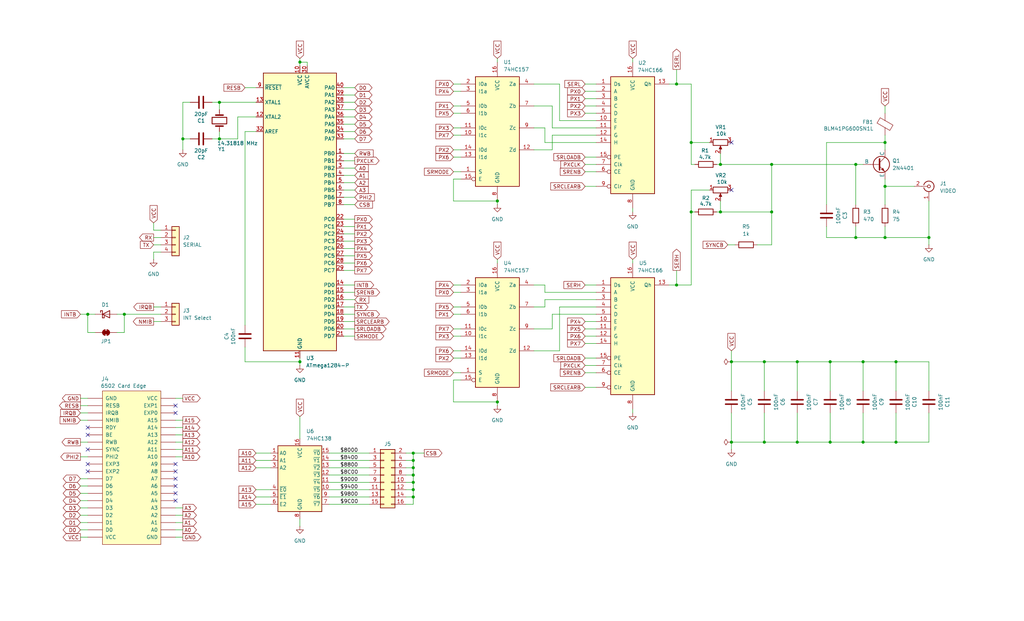
<source format=kicad_sch>
(kicad_sch (version 20250114) (generator "eeschema") (generator_version "9.0")
  (paper "USLegal")
  (title_block (title "6502 Video Card Pro") (date "2025-12-03") (rev "1.0") (company "A.C. Wright Design"))
  (junction (at 234.95 29.21))
  (junction (at 250.19 57.15))
  (junction (at 172.72 139.7))
  (junction (at 265.43 153.67))
  (junction (at 311.15 125.73))
  (junction (at 143.51 165.1))
  (junction (at 276.86 125.73))
  (junction (at 254 153.67))
  (junction (at 307.34 82.55))
  (junction (at 276.86 153.67))
  (junction (at 297.18 82.55))
  (junction (at 307.34 64.77))
  (junction (at 234.95 99.06))
  (junction (at 143.51 170.18))
  (junction (at 288.29 153.67))
  (junction (at 250.19 73.66))
  (junction (at 104.14 125.73))
  (junction (at 76.2 48.26))
  (junction (at 143.51 167.64))
  (junction (at 311.15 153.67))
  (junction (at 307.34 49.53))
  (junction (at 288.29 125.73))
  (junction (at 299.72 125.73))
  (junction (at 254 125.73))
  (junction (at 240.03 73.66))
  (junction (at 299.72 153.67))
  (junction (at 265.43 125.73))
  (junction (at 143.51 172.72))
  (junction (at 267.97 73.66))
  (junction (at 30.48 109.22))
  (junction (at 76.2 35.56))
  (junction (at 297.18 57.15))
  (junction (at 172.72 69.85))
  (junction (at 104.14 21.59))
  (junction (at 63.5 48.26))
  (junction (at 43.18 109.22))
  (junction (at 143.51 162.56))
  (junction (at 322.58 82.55))
  (junction (at 267.97 57.15))
  (junction (at 143.51 160.02))
  (junction (at 143.51 157.48))
  (junction (at 240.03 49.53))
  (no_connect (at 254 66.04))
  (no_connect (at 60.96 163.83))
  (no_connect (at 30.48 163.83))
  (no_connect (at 30.48 151.13))
  (no_connect (at 30.48 148.59))
  (no_connect (at 60.96 166.37))
  (no_connect (at 60.96 173.99))
  (no_connect (at 60.96 168.91))
  (no_connect (at 30.48 156.21))
  (no_connect (at 30.48 161.29))
  (no_connect (at 60.96 143.51))
  (no_connect (at 60.96 140.97))
  (no_connect (at 60.96 171.45))
  (no_connect (at 60.96 161.29))
  (no_connect (at 254 49.53))
  (wire (pts (xy 203.2 64.77) (xy 207.01 64.77)))
  (wire (pts (xy 119.38 55.88) (xy 123.19 55.88)))
  (wire (pts (xy 185.42 52.07) (xy 191.77 52.07)))
  (wire (pts (xy 53.34 87.63) (xy 55.88 87.63)))
  (wire (pts (xy 157.48 132.08) (xy 157.48 139.7)))
  (wire (pts (xy 119.38 109.22) (xy 123.19 109.22)))
  (wire (pts (xy 63.5 48.26) (xy 63.5 52.07)))
  (wire (pts (xy 143.51 165.1) (xy 143.51 162.56)))
  (wire (pts (xy 119.38 76.2) (xy 123.19 76.2)))
  (wire (pts (xy 119.38 93.98) (xy 123.19 93.98)))
  (wire (pts (xy 53.34 90.17) (xy 53.34 87.63)))
  (wire (pts (xy 104.14 124.46) (xy 104.14 125.73)))
  (wire (pts (xy 114.3 175.26) (xy 128.27 175.26)))
  (wire (pts (xy 119.38 35.56) (xy 123.19 35.56)))
  (wire (pts (xy 254 121.92) (xy 254 125.73)))
  (wire (pts (xy 307.34 78.74) (xy 307.34 82.55)))
  (wire (pts (xy 276.86 153.67) (xy 265.43 153.67)))
  (wire (pts (xy 119.38 88.9) (xy 123.19 88.9)))
  (wire (pts (xy 143.51 175.26) (xy 143.51 172.72)))
  (wire (pts (xy 185.42 114.3) (xy 191.77 114.3)))
  (wire (pts (xy 88.9 160.02) (xy 93.98 160.02)))
  (wire (pts (xy 194.31 106.68) (xy 207.01 106.68)))
  (wire (pts (xy 53.34 80.01) (xy 55.88 80.01)))
  (wire (pts (xy 191.77 52.07) (xy 191.77 46.99)))
  (wire (pts (xy 203.2 111.76) (xy 207.01 111.76)))
  (wire (pts (xy 27.94 184.15) (xy 30.48 184.15)))
  (wire (pts (xy 27.94 171.45) (xy 30.48 171.45)))
  (wire (pts (xy 119.38 43.18) (xy 123.19 43.18)))
  (wire (pts (xy 119.38 83.82) (xy 123.19 83.82)))
  (wire (pts (xy 172.72 69.85) (xy 172.72 71.12)))
  (wire (pts (xy 322.58 143.51) (xy 322.58 153.67)))
  (wire (pts (xy 119.38 101.6) (xy 123.19 101.6)))
  (wire (pts (xy 157.48 124.46) (xy 160.02 124.46)))
  (wire (pts (xy 76.2 48.26) (xy 73.66 48.26)))
  (wire (pts (xy 160.02 62.23) (xy 157.48 62.23)))
  (wire (pts (xy 60.96 153.67) (xy 63.5 153.67)))
  (wire (pts (xy 60.96 148.59) (xy 63.5 148.59)))
  (wire (pts (xy 185.42 121.92) (xy 194.31 121.92)))
  (wire (pts (xy 299.72 125.73) (xy 288.29 125.73)))
  (wire (pts (xy 267.97 73.66) (xy 267.97 57.15)))
  (wire (pts (xy 27.94 109.22) (xy 30.48 109.22)))
  (wire (pts (xy 288.29 125.73) (xy 288.29 135.89)))
  (wire (pts (xy 250.19 73.66) (xy 267.97 73.66)))
  (wire (pts (xy 203.2 54.61) (xy 207.01 54.61)))
  (wire (pts (xy 203.2 99.06) (xy 207.01 99.06)))
  (wire (pts (xy 185.42 106.68) (xy 189.23 106.68)))
  (wire (pts (xy 311.15 143.51) (xy 311.15 153.67)))
  (wire (pts (xy 143.51 167.64) (xy 143.51 165.1)))
  (wire (pts (xy 119.38 38.1) (xy 123.19 38.1)))
  (wire (pts (xy 160.02 132.08) (xy 157.48 132.08)))
  (wire (pts (xy 191.77 36.83) (xy 191.77 44.45)))
  (wire (pts (xy 157.48 106.68) (xy 160.02 106.68)))
  (wire (pts (xy 119.38 68.58) (xy 123.19 68.58)))
  (wire (pts (xy 85.09 45.72) (xy 85.09 113.03)))
  (wire (pts (xy 104.14 180.34) (xy 104.14 182.88)))
  (wire (pts (xy 119.38 48.26) (xy 123.19 48.26)))
  (wire (pts (xy 265.43 125.73) (xy 265.43 135.89)))
  (wire (pts (xy 299.72 153.67) (xy 311.15 153.67)))
  (wire (pts (xy 194.31 41.91) (xy 207.01 41.91)))
  (wire (pts (xy 157.48 59.69) (xy 160.02 59.69)))
  (wire (pts (xy 189.23 106.68) (xy 189.23 104.14)))
  (wire (pts (xy 66.04 35.56) (xy 63.5 35.56)))
  (wire (pts (xy 114.3 157.48) (xy 128.27 157.48)))
  (wire (pts (xy 119.38 86.36) (xy 123.19 86.36)))
  (wire (pts (xy 76.2 35.56) (xy 88.9 35.56)))
  (wire (pts (xy 114.3 160.02) (xy 128.27 160.02)))
  (wire (pts (xy 157.48 39.37) (xy 160.02 39.37)))
  (wire (pts (xy 143.51 170.18) (xy 143.51 167.64)))
  (wire (pts (xy 297.18 57.15) (xy 297.18 71.12)))
  (wire (pts (xy 119.38 91.44) (xy 123.19 91.44)))
  (wire (pts (xy 85.09 120.65) (xy 85.09 125.73)))
  (wire (pts (xy 27.94 168.91) (xy 30.48 168.91)))
  (wire (pts (xy 27.94 176.53) (xy 30.48 176.53)))
  (wire (pts (xy 203.2 129.54) (xy 207.01 129.54)))
  (wire (pts (xy 143.51 157.48) (xy 147.32 157.48)))
  (wire (pts (xy 307.34 36.83) (xy 307.34 39.37)))
  (wire (pts (xy 287.02 71.12) (xy 287.02 49.53)))
  (wire (pts (xy 185.42 36.83) (xy 191.77 36.83)))
  (wire (pts (xy 114.3 167.64) (xy 128.27 167.64)))
  (wire (pts (xy 265.43 153.67) (xy 254 153.67)))
  (wire (pts (xy 157.48 109.22) (xy 160.02 109.22)))
  (wire (pts (xy 307.34 82.55) (xy 322.58 82.55)))
  (wire (pts (xy 157.48 69.85) (xy 172.72 69.85)))
  (wire (pts (xy 240.03 73.66) (xy 241.3 73.66)))
  (wire (pts (xy 27.94 173.99) (xy 30.48 173.99)))
  (wire (pts (xy 219.71 90.17) (xy 219.71 91.44)))
  (wire (pts (xy 172.72 90.17) (xy 172.72 91.44)))
  (wire (pts (xy 60.96 184.15) (xy 63.5 184.15)))
  (wire (pts (xy 60.96 181.61) (xy 63.5 181.61)))
  (wire (pts (xy 254 153.67) (xy 254 156.21)))
  (wire (pts (xy 250.19 69.85) (xy 250.19 73.66)))
  (wire (pts (xy 76.2 35.56) (xy 73.66 35.56)))
  (wire (pts (xy 250.19 57.15) (xy 267.97 57.15)))
  (wire (pts (xy 157.48 121.92) (xy 160.02 121.92)))
  (wire (pts (xy 119.38 66.04) (xy 123.19 66.04)))
  (wire (pts (xy 191.77 114.3) (xy 191.77 109.22)))
  (wire (pts (xy 234.95 24.13) (xy 234.95 29.21)))
  (wire (pts (xy 60.96 138.43) (xy 63.5 138.43)))
  (wire (pts (xy 63.5 48.26) (xy 66.04 48.26)))
  (wire (pts (xy 53.34 111.76) (xy 55.88 111.76)))
  (wire (pts (xy 143.51 162.56) (xy 143.51 160.02)))
  (wire (pts (xy 27.94 138.43) (xy 30.48 138.43)))
  (wire (pts (xy 307.34 64.77) (xy 317.5 64.77)))
  (wire (pts (xy 191.77 46.99) (xy 207.01 46.99)))
  (wire (pts (xy 27.94 143.51) (xy 30.48 143.51)))
  (wire (pts (xy 140.97 157.48) (xy 143.51 157.48)))
  (wire (pts (xy 27.94 140.97) (xy 30.48 140.97)))
  (wire (pts (xy 240.03 49.53) (xy 246.38 49.53)))
  (wire (pts (xy 267.97 85.09) (xy 267.97 73.66)))
  (wire (pts (xy 119.38 60.96) (xy 123.19 60.96)))
  (wire (pts (xy 276.86 125.73) (xy 265.43 125.73)))
  (wire (pts (xy 119.38 116.84) (xy 123.19 116.84)))
  (wire (pts (xy 219.71 72.39) (xy 219.71 73.66)))
  (wire (pts (xy 104.14 144.78) (xy 104.14 152.4)))
  (wire (pts (xy 219.71 20.32) (xy 219.71 21.59)))
  (wire (pts (xy 119.38 111.76) (xy 123.19 111.76)))
  (wire (pts (xy 119.38 71.12) (xy 123.19 71.12)))
  (wire (pts (xy 157.48 52.07) (xy 160.02 52.07)))
  (wire (pts (xy 240.03 49.53) (xy 240.03 57.15)))
  (wire (pts (xy 240.03 99.06) (xy 234.95 99.06)))
  (wire (pts (xy 219.71 142.24) (xy 219.71 143.51)))
  (wire (pts (xy 88.9 45.72) (xy 85.09 45.72)))
  (wire (pts (xy 27.94 186.69) (xy 30.48 186.69)))
  (wire (pts (xy 60.96 186.69) (xy 63.5 186.69)))
  (wire (pts (xy 185.42 99.06) (xy 189.23 99.06)))
  (wire (pts (xy 53.34 77.47) (xy 53.34 80.01)))
  (wire (pts (xy 88.9 170.18) (xy 93.98 170.18)))
  (wire (pts (xy 119.38 81.28) (xy 123.19 81.28)))
  (wire (pts (xy 287.02 49.53) (xy 307.34 49.53)))
  (wire (pts (xy 203.2 59.69) (xy 207.01 59.69)))
  (wire (pts (xy 63.5 35.56) (xy 63.5 48.26)))
  (wire (pts (xy 322.58 82.55) (xy 322.58 85.09)))
  (wire (pts (xy 27.94 166.37) (xy 30.48 166.37)))
  (wire (pts (xy 299.72 153.67) (xy 288.29 153.67)))
  (wire (pts (xy 157.48 101.6) (xy 160.02 101.6)))
  (wire (pts (xy 240.03 49.53) (xy 240.03 29.21)))
  (wire (pts (xy 40.64 115.57) (xy 43.18 115.57)))
  (wire (pts (xy 240.03 29.21) (xy 234.95 29.21)))
  (wire (pts (xy 88.9 162.56) (xy 93.98 162.56)))
  (wire (pts (xy 189.23 101.6) (xy 207.01 101.6)))
  (wire (pts (xy 252.73 85.09) (xy 255.27 85.09)))
  (wire (pts (xy 203.2 36.83) (xy 207.01 36.83)))
  (wire (pts (xy 240.03 66.04) (xy 240.03 73.66)))
  (wire (pts (xy 60.96 146.05) (xy 63.5 146.05)))
  (wire (pts (xy 307.34 46.99) (xy 307.34 49.53)))
  (wire (pts (xy 27.94 153.67) (xy 30.48 153.67)))
  (wire (pts (xy 203.2 34.29) (xy 207.01 34.29)))
  (wire (pts (xy 248.92 73.66) (xy 250.19 73.66)))
  (wire (pts (xy 27.94 181.61) (xy 30.48 181.61)))
  (wire (pts (xy 203.2 116.84) (xy 207.01 116.84)))
  (wire (pts (xy 322.58 125.73) (xy 311.15 125.73)))
  (wire (pts (xy 143.51 160.02) (xy 140.97 160.02)))
  (wire (pts (xy 119.38 53.34) (xy 123.19 53.34)))
  (wire (pts (xy 185.42 44.45) (xy 189.23 44.45)))
  (wire (pts (xy 106.68 22.86) (xy 106.68 21.59)))
  (wire (pts (xy 234.95 29.21) (xy 232.41 29.21)))
  (wire (pts (xy 234.95 93.98) (xy 234.95 99.06)))
  (wire (pts (xy 140.97 162.56) (xy 143.51 162.56)))
  (wire (pts (xy 85.09 125.73) (xy 104.14 125.73)))
  (wire (pts (xy 88.9 175.26) (xy 93.98 175.26)))
  (wire (pts (xy 322.58 135.89) (xy 322.58 125.73)))
  (wire (pts (xy 265.43 125.73) (xy 254 125.73)))
  (wire (pts (xy 203.2 57.15) (xy 207.01 57.15)))
  (wire (pts (xy 60.96 179.07) (xy 63.5 179.07)))
  (wire (pts (xy 203.2 114.3) (xy 207.01 114.3)))
  (wire (pts (xy 30.48 109.22) (xy 33.02 109.22)))
  (wire (pts (xy 60.96 156.21) (xy 63.5 156.21)))
  (wire (pts (xy 30.48 115.57) (xy 33.02 115.57)))
  (wire (pts (xy 43.18 109.22) (xy 40.64 109.22)))
  (wire (pts (xy 27.94 146.05) (xy 30.48 146.05)))
  (wire (pts (xy 250.19 53.34) (xy 250.19 57.15)))
  (wire (pts (xy 203.2 134.62) (xy 207.01 134.62)))
  (wire (pts (xy 114.3 162.56) (xy 128.27 162.56)))
  (wire (pts (xy 248.92 57.15) (xy 250.19 57.15)))
  (wire (pts (xy 119.38 114.3) (xy 123.19 114.3)))
  (wire (pts (xy 143.51 160.02) (xy 143.51 157.48)))
  (wire (pts (xy 299.72 135.89) (xy 299.72 125.73)))
  (wire (pts (xy 119.38 58.42) (xy 123.19 58.42)))
  (wire (pts (xy 88.9 157.48) (xy 93.98 157.48)))
  (wire (pts (xy 240.03 57.15) (xy 241.3 57.15)))
  (wire (pts (xy 157.48 62.23) (xy 157.48 69.85)))
  (wire (pts (xy 43.18 115.57) (xy 43.18 109.22)))
  (wire (pts (xy 157.48 44.45) (xy 160.02 44.45)))
  (wire (pts (xy 297.18 78.74) (xy 297.18 82.55)))
  (wire (pts (xy 143.51 167.64) (xy 140.97 167.64)))
  (wire (pts (xy 157.48 129.54) (xy 160.02 129.54)))
  (wire (pts (xy 114.3 165.1) (xy 128.27 165.1)))
  (wire (pts (xy 246.38 66.04) (xy 240.03 66.04)))
  (wire (pts (xy 265.43 143.51) (xy 265.43 153.67)))
  (wire (pts (xy 143.51 172.72) (xy 143.51 170.18)))
  (wire (pts (xy 191.77 44.45) (xy 207.01 44.45)))
  (wire (pts (xy 157.48 36.83) (xy 160.02 36.83)))
  (wire (pts (xy 119.38 63.5) (xy 123.19 63.5)))
  (wire (pts (xy 30.48 109.22) (xy 30.48 115.57)))
  (wire (pts (xy 104.14 21.59) (xy 104.14 22.86)))
  (wire (pts (xy 254 125.73) (xy 254 135.89)))
  (wire (pts (xy 88.9 172.72) (xy 93.98 172.72)))
  (wire (pts (xy 322.58 153.67) (xy 311.15 153.67)))
  (wire (pts (xy 119.38 78.74) (xy 123.19 78.74)))
  (wire (pts (xy 157.48 54.61) (xy 160.02 54.61)))
  (wire (pts (xy 189.23 104.14) (xy 207.01 104.14)))
  (wire (pts (xy 240.03 73.66) (xy 240.03 99.06)))
  (wire (pts (xy 189.23 99.06) (xy 189.23 101.6)))
  (wire (pts (xy 307.34 62.23) (xy 307.34 64.77)))
  (wire (pts (xy 119.38 106.68) (xy 123.19 106.68)))
  (wire (pts (xy 276.86 125.73) (xy 276.86 135.89)))
  (wire (pts (xy 203.2 31.75) (xy 207.01 31.75)))
  (wire (pts (xy 114.3 170.18) (xy 128.27 170.18)))
  (wire (pts (xy 143.51 172.72) (xy 140.97 172.72)))
  (wire (pts (xy 85.09 30.48) (xy 88.9 30.48)))
  (wire (pts (xy 53.34 85.09) (xy 55.88 85.09)))
  (wire (pts (xy 143.51 170.18) (xy 140.97 170.18)))
  (wire (pts (xy 60.96 151.13) (xy 63.5 151.13)))
  (wire (pts (xy 299.72 143.51) (xy 299.72 153.67)))
  (wire (pts (xy 53.34 82.55) (xy 55.88 82.55)))
  (wire (pts (xy 203.2 124.46) (xy 207.01 124.46)))
  (wire (pts (xy 287.02 78.74) (xy 287.02 82.55)))
  (wire (pts (xy 254 143.51) (xy 254 153.67)))
  (wire (pts (xy 76.2 38.1) (xy 76.2 35.56)))
  (wire (pts (xy 234.95 99.06) (xy 232.41 99.06)))
  (wire (pts (xy 157.48 31.75) (xy 160.02 31.75)))
  (wire (pts (xy 106.68 21.59) (xy 104.14 21.59)))
  (wire (pts (xy 189.23 44.45) (xy 189.23 49.53)))
  (wire (pts (xy 157.48 116.84) (xy 160.02 116.84)))
  (wire (pts (xy 172.72 139.7) (xy 172.72 140.97)))
  (wire (pts (xy 307.34 64.77) (xy 307.34 71.12)))
  (wire (pts (xy 172.72 20.32) (xy 172.72 21.59)))
  (wire (pts (xy 262.89 85.09) (xy 267.97 85.09)))
  (wire (pts (xy 119.38 40.64) (xy 123.19 40.64)))
  (wire (pts (xy 276.86 143.51) (xy 276.86 153.67)))
  (wire (pts (xy 43.18 109.22) (xy 55.88 109.22)))
  (wire (pts (xy 27.94 158.75) (xy 30.48 158.75)))
  (wire (pts (xy 157.48 139.7) (xy 172.72 139.7)))
  (wire (pts (xy 203.2 127) (xy 207.01 127)))
  (wire (pts (xy 288.29 143.51) (xy 288.29 153.67)))
  (wire (pts (xy 288.29 153.67) (xy 276.86 153.67)))
  (wire (pts (xy 119.38 30.48) (xy 123.19 30.48)))
  (wire (pts (xy 82.55 48.26) (xy 82.55 40.64)))
  (wire (pts (xy 143.51 165.1) (xy 140.97 165.1)))
  (wire (pts (xy 119.38 45.72) (xy 123.19 45.72)))
  (wire (pts (xy 76.2 48.26) (xy 82.55 48.26)))
  (wire (pts (xy 157.48 114.3) (xy 160.02 114.3)))
  (wire (pts (xy 157.48 29.21) (xy 160.02 29.21)))
  (wire (pts (xy 194.31 121.92) (xy 194.31 106.68)))
  (wire (pts (xy 157.48 46.99) (xy 160.02 46.99)))
  (wire (pts (xy 60.96 158.75) (xy 63.5 158.75)))
  (wire (pts (xy 203.2 39.37) (xy 207.01 39.37)))
  (wire (pts (xy 299.72 57.15) (xy 297.18 57.15)))
  (wire (pts (xy 185.42 29.21) (xy 194.31 29.21)))
  (wire (pts (xy 53.34 106.68) (xy 55.88 106.68)))
  (wire (pts (xy 104.14 20.32) (xy 104.14 21.59)))
  (wire (pts (xy 157.48 99.06) (xy 160.02 99.06)))
  (wire (pts (xy 307.34 49.53) (xy 307.34 52.07)))
  (wire (pts (xy 119.38 33.02) (xy 123.19 33.02)))
  (wire (pts (xy 203.2 119.38) (xy 207.01 119.38)))
  (wire (pts (xy 104.14 125.73) (xy 104.14 127)))
  (wire (pts (xy 140.97 175.26) (xy 143.51 175.26)))
  (wire (pts (xy 311.15 125.73) (xy 311.15 135.89)))
  (wire (pts (xy 203.2 29.21) (xy 207.01 29.21)))
  (wire (pts (xy 27.94 179.07) (xy 30.48 179.07)))
  (wire (pts (xy 191.77 109.22) (xy 207.01 109.22)))
  (wire (pts (xy 194.31 29.21) (xy 194.31 41.91)))
  (wire (pts (xy 299.72 125.73) (xy 311.15 125.73)))
  (wire (pts (xy 322.58 69.85) (xy 322.58 82.55)))
  (wire (pts (xy 60.96 176.53) (xy 63.5 176.53)))
  (wire (pts (xy 119.38 104.14) (xy 123.19 104.14)))
  (wire (pts (xy 114.3 172.72) (xy 128.27 172.72)))
  (wire (pts (xy 82.55 40.64) (xy 88.9 40.64)))
  (wire (pts (xy 76.2 45.72) (xy 76.2 48.26)))
  (wire (pts (xy 297.18 82.55) (xy 307.34 82.55)))
  (wire (pts (xy 189.23 49.53) (xy 207.01 49.53)))
  (wire (pts (xy 119.38 99.06) (xy 123.19 99.06)))
  (wire (pts (xy 267.97 57.15) (xy 297.18 57.15)))
  (wire (pts (xy 287.02 82.55) (xy 297.18 82.55)))
  (wire (pts (xy 288.29 125.73) (xy 276.86 125.73)))
  (label "$8400" (at 118.11 160.02 0))
  (label "$9C00" (at 118.11 175.26 0))
  (label "$9000" (at 118.11 167.64 0))
  (label "$8800" (at 118.11 162.56 0))
  (label "$8000" (at 118.11 157.48 0))
  (label "$9400" (at 118.11 170.18 0))
  (label "$9800" (at 118.11 172.72 0))
  (label "$8C00" (at 118.11 165.1 0))
  (global_label "VCC" (shape input) (at 104.14 20.32 90) (property "Intersheetrefs" "${INTERSHEET_REFS}" (effects (hide yes))))
  (global_label "RX" (shape input) (at 123.19 104.14 0) (property "Intersheetrefs" "${INTERSHEET_REFS}" (effects (hide yes))))
  (global_label "D5" (shape bidirectional) (at 27.94 171.45 180) (property "Intersheetrefs" "${INTERSHEET_REFS}" (effects (hide yes))))
  (global_label "PX3" (shape input) (at 157.48 116.84 180) (property "Intersheetrefs" "${INTERSHEET_REFS}" (effects (hide yes))))
  (global_label "SERL" (shape output) (at 234.95 24.13 90) (property "Intersheetrefs" "${INTERSHEET_REFS}" (effects (hide yes))))
  (global_label "PX4" (shape input) (at 157.48 99.06 180) (property "Intersheetrefs" "${INTERSHEET_REFS}" (effects (hide yes))))
  (global_label "IRQB" (shape input) (at 27.94 143.51 180) (property "Intersheetrefs" "${INTERSHEET_REFS}" (effects (hide yes))))
  (global_label "A11" (shape input) (at 88.9 160.02 180) (property "Intersheetrefs" "${INTERSHEET_REFS}" (effects (hide yes))))
  (global_label "CSB" (shape input) (at 123.19 71.12 0) (property "Intersheetrefs" "${INTERSHEET_REFS}" (effects (hide yes))))
  (global_label "SYNCB" (shape input) (at 252.73 85.09 180) (property "Intersheetrefs" "${INTERSHEET_REFS}" (effects (hide yes))))
  (global_label "A1" (shape output) (at 63.5 181.61 0) (property "Intersheetrefs" "${INTERSHEET_REFS}" (effects (hide yes))))
  (global_label "D2" (shape bidirectional) (at 123.19 35.56 0) (property "Intersheetrefs" "${INTERSHEET_REFS}" (effects (hide yes))))
  (global_label "VCC" (shape input) (at 307.34 36.83 90) (property "Intersheetrefs" "${INTERSHEET_REFS}" (effects (hide yes))))
  (global_label "A13" (shape output) (at 63.5 151.13 0) (property "Intersheetrefs" "${INTERSHEET_REFS}" (effects (hide yes))))
  (global_label "VCC" (shape input) (at 104.14 144.78 90) (property "Intersheetrefs" "${INTERSHEET_REFS}" (effects (hide yes))))
  (global_label "VCC" (shape input) (at 53.34 77.47 90) (property "Intersheetrefs" "${INTERSHEET_REFS}" (effects (hide yes))))
  (global_label "A12" (shape input) (at 88.9 162.56 180) (property "Intersheetrefs" "${INTERSHEET_REFS}" (effects (hide yes))))
  (global_label "A2" (shape input) (at 123.19 63.5 0) (property "Intersheetrefs" "${INTERSHEET_REFS}" (effects (hide yes))))
  (global_label "NMIB" (shape output) (at 53.34 111.76 180) (property "Intersheetrefs" "${INTERSHEET_REFS}" (effects (hide yes))))
  (global_label "PX6" (shape input) (at 157.48 54.61 180) (property "Intersheetrefs" "${INTERSHEET_REFS}" (effects (hide yes))))
  (global_label "A3" (shape output) (at 63.5 176.53 0) (property "Intersheetrefs" "${INTERSHEET_REFS}" (effects (hide yes))))
  (global_label "PX4" (shape output) (at 123.19 86.36 0) (property "Intersheetrefs" "${INTERSHEET_REFS}" (effects (hide yes))))
  (global_label "VCC" (shape input) (at 172.72 90.17 90) (property "Intersheetrefs" "${INTERSHEET_REFS}" (effects (hide yes))))
  (global_label "A2" (shape output) (at 63.5 179.07 0) (property "Intersheetrefs" "${INTERSHEET_REFS}" (effects (hide yes))))
  (global_label "PX3" (shape output) (at 123.19 83.82 0) (property "Intersheetrefs" "${INTERSHEET_REFS}" (effects (hide yes))))
  (global_label "PX2" (shape input) (at 203.2 36.83 180) (property "Intersheetrefs" "${INTERSHEET_REFS}" (effects (hide yes))))
  (global_label "PX3" (shape input) (at 157.48 44.45 180) (property "Intersheetrefs" "${INTERSHEET_REFS}" (effects (hide yes))))
  (global_label "SRMODE" (shape input) (at 157.48 129.54 180) (property "Intersheetrefs" "${INTERSHEET_REFS}" (effects (hide yes))))
  (global_label "A13" (shape input) (at 88.9 170.18 180) (property "Intersheetrefs" "${INTERSHEET_REFS}" (effects (hide yes))))
  (global_label "A3" (shape input) (at 123.19 66.04 0) (property "Intersheetrefs" "${INTERSHEET_REFS}" (effects (hide yes))))
  (global_label "PX1" (shape input) (at 157.48 109.22 180) (property "Intersheetrefs" "${INTERSHEET_REFS}" (effects (hide yes))))
  (global_label "PX4" (shape input) (at 157.48 31.75 180) (property "Intersheetrefs" "${INTERSHEET_REFS}" (effects (hide yes))))
  (global_label "D1" (shape bidirectional) (at 123.19 33.02 0) (property "Intersheetrefs" "${INTERSHEET_REFS}" (effects (hide yes))))
  (global_label "D0" (shape bidirectional) (at 123.19 30.48 0) (property "Intersheetrefs" "${INTERSHEET_REFS}" (effects (hide yes))))
  (global_label "D1" (shape bidirectional) (at 27.94 181.61 180) (property "Intersheetrefs" "${INTERSHEET_REFS}" (effects (hide yes))))
  (global_label "TX" (shape input) (at 53.34 85.09 180) (property "Intersheetrefs" "${INTERSHEET_REFS}" (effects (hide yes))))
  (global_label "VCC" (shape input) (at 254 121.92 90) (property "Intersheetrefs" "${INTERSHEET_REFS}" (effects (hide yes))))
  (global_label "PX2" (shape input) (at 157.48 124.46 180) (property "Intersheetrefs" "${INTERSHEET_REFS}" (effects (hide yes))))
  (global_label "D6" (shape bidirectional) (at 123.19 45.72 0) (property "Intersheetrefs" "${INTERSHEET_REFS}" (effects (hide yes))))
  (global_label "A15" (shape output) (at 63.5 146.05 0) (property "Intersheetrefs" "${INTERSHEET_REFS}" (effects (hide yes))))
  (global_label "VCC" (shape output) (at 27.94 186.69 180) (property "Intersheetrefs" "${INTERSHEET_REFS}" (effects (hide yes))))
  (global_label "PX0" (shape output) (at 123.19 76.2 0) (property "Intersheetrefs" "${INTERSHEET_REFS}" (effects (hide yes))))
  (global_label "A14" (shape output) (at 63.5 148.59 0) (property "Intersheetrefs" "${INTERSHEET_REFS}" (effects (hide yes))))
  (global_label "D3" (shape bidirectional) (at 27.94 176.53 180) (property "Intersheetrefs" "${INTERSHEET_REFS}" (effects (hide yes))))
  (global_label "A14" (shape input) (at 88.9 172.72 180) (property "Intersheetrefs" "${INTERSHEET_REFS}" (effects (hide yes))))
  (global_label "VCC" (shape input) (at 219.71 20.32 90) (property "Intersheetrefs" "${INTERSHEET_REFS}" (effects (hide yes))))
  (global_label "SRENB" (shape input) (at 203.2 59.69 180) (property "Intersheetrefs" "${INTERSHEET_REFS}" (effects (hide yes))))
  (global_label "GND" (shape output) (at 63.5 186.69 0) (property "Intersheetrefs" "${INTERSHEET_REFS}" (effects (hide yes))))
  (global_label "SRENB" (shape input) (at 203.2 129.54 180) (property "Intersheetrefs" "${INTERSHEET_REFS}" (effects (hide yes))))
  (global_label "A10" (shape input) (at 88.9 157.48 180) (property "Intersheetrefs" "${INTERSHEET_REFS}" (effects (hide yes))))
  (global_label "PX0" (shape input) (at 157.48 29.21 180) (property "Intersheetrefs" "${INTERSHEET_REFS}" (effects (hide yes))))
  (global_label "TX" (shape output) (at 123.19 106.68 0) (property "Intersheetrefs" "${INTERSHEET_REFS}" (effects (hide yes))))
  (global_label "A1" (shape input) (at 123.19 60.96 0) (property "Intersheetrefs" "${INTERSHEET_REFS}" (effects (hide yes))))
  (global_label "IRQB" (shape output) (at 53.34 106.68 180) (property "Intersheetrefs" "${INTERSHEET_REFS}" (effects (hide yes))))
  (global_label "RWB" (shape output) (at 27.94 153.67 180) (property "Intersheetrefs" "${INTERSHEET_REFS}" (effects (hide yes))))
  (global_label "VCC" (shape input) (at 219.71 90.17 90) (property "Intersheetrefs" "${INTERSHEET_REFS}" (effects (hide yes))))
  (global_label "PHI2" (shape output) (at 27.94 158.75 180) (property "Intersheetrefs" "${INTERSHEET_REFS}" (effects (hide yes))))
  (global_label "PHI2" (shape input) (at 123.19 68.58 0) (property "Intersheetrefs" "${INTERSHEET_REFS}" (effects (hide yes))))
  (global_label "D5" (shape bidirectional) (at 123.19 43.18 0) (property "Intersheetrefs" "${INTERSHEET_REFS}" (effects (hide yes))))
  (global_label "INTB" (shape output) (at 123.19 99.06 0) (property "Intersheetrefs" "${INTERSHEET_REFS}" (effects (hide yes))))
  (global_label "PX6" (shape output) (at 123.19 91.44 0) (property "Intersheetrefs" "${INTERSHEET_REFS}" (effects (hide yes))))
  (global_label "SRCLEARB" (shape input) (at 203.2 134.62 180) (property "Intersheetrefs" "${INTERSHEET_REFS}" (effects (hide yes))))
  (global_label "SRMODE" (shape input) (at 157.48 59.69 180) (property "Intersheetrefs" "${INTERSHEET_REFS}" (effects (hide yes))))
  (global_label "D2" (shape bidirectional) (at 27.94 179.07 180) (property "Intersheetrefs" "${INTERSHEET_REFS}" (effects (hide yes))))
  (global_label "A0" (shape output) (at 63.5 184.15 0) (property "Intersheetrefs" "${INTERSHEET_REFS}" (effects (hide yes))))
  (global_label "PX2" (shape output) (at 123.19 81.28 0) (property "Intersheetrefs" "${INTERSHEET_REFS}" (effects (hide yes))))
  (global_label "PXCLK" (shape input) (at 203.2 127 180) (property "Intersheetrefs" "${INTERSHEET_REFS}" (effects (hide yes))))
  (global_label "D7" (shape bidirectional) (at 27.94 166.37 180) (property "Intersheetrefs" "${INTERSHEET_REFS}" (effects (hide yes))))
  (global_label "RWB" (shape input) (at 123.19 53.34 0) (property "Intersheetrefs" "${INTERSHEET_REFS}" (effects (hide yes))))
  (global_label "PX6" (shape input) (at 203.2 116.84 180) (property "Intersheetrefs" "${INTERSHEET_REFS}" (effects (hide yes))))
  (global_label "SRLOADB" (shape input) (at 203.2 124.46 180) (property "Intersheetrefs" "${INTERSHEET_REFS}" (effects (hide yes))))
  (global_label "PX6" (shape input) (at 157.48 121.92 180) (property "Intersheetrefs" "${INTERSHEET_REFS}" (effects (hide yes))))
  (global_label "PX0" (shape input) (at 203.2 31.75 180) (property "Intersheetrefs" "${INTERSHEET_REFS}" (effects (hide yes))))
  (global_label "D3" (shape bidirectional) (at 123.19 38.1 0) (property "Intersheetrefs" "${INTERSHEET_REFS}" (effects (hide yes))))
  (global_label "RX" (shape output) (at 53.34 82.55 180) (property "Intersheetrefs" "${INTERSHEET_REFS}" (effects (hide yes))))
  (global_label "D6" (shape bidirectional) (at 27.94 168.91 180) (property "Intersheetrefs" "${INTERSHEET_REFS}" (effects (hide yes))))
  (global_label "SRENB" (shape output) (at 123.19 101.6 0) (property "Intersheetrefs" "${INTERSHEET_REFS}" (effects (hide yes))))
  (global_label "PX7" (shape output) (at 123.19 93.98 0) (property "Intersheetrefs" "${INTERSHEET_REFS}" (effects (hide yes))))
  (global_label "SERH" (shape output) (at 234.95 93.98 90) (property "Intersheetrefs" "${INTERSHEET_REFS}" (effects (hide yes))))
  (global_label "PX1" (shape input) (at 157.48 36.83 180) (property "Intersheetrefs" "${INTERSHEET_REFS}" (effects (hide yes))))
  (global_label "CSB" (shape output) (at 147.32 157.48 0) (property "Intersheetrefs" "${INTERSHEET_REFS}" (effects (hide yes))))
  (global_label "PX5" (shape input) (at 157.48 39.37 180) (property "Intersheetrefs" "${INTERSHEET_REFS}" (effects (hide yes))))
  (global_label "PX4" (shape input) (at 203.2 111.76 180) (property "Intersheetrefs" "${INTERSHEET_REFS}" (effects (hide yes))))
  (global_label "PX1" (shape input) (at 203.2 34.29 180) (property "Intersheetrefs" "${INTERSHEET_REFS}" (effects (hide yes))))
  (global_label "PX7" (shape input) (at 157.48 46.99 180) (property "Intersheetrefs" "${INTERSHEET_REFS}" (effects (hide yes))))
  (global_label "SRLOADB" (shape output) (at 123.19 114.3 0) (property "Intersheetrefs" "${INTERSHEET_REFS}" (effects (hide yes))))
  (global_label "D7" (shape bidirectional) (at 123.19 48.26 0) (property "Intersheetrefs" "${INTERSHEET_REFS}" (effects (hide yes))))
  (global_label "D4" (shape bidirectional) (at 27.94 173.99 180) (property "Intersheetrefs" "${INTERSHEET_REFS}" (effects (hide yes))))
  (global_label "RESB" (shape output) (at 27.94 140.97 180) (property "Intersheetrefs" "${INTERSHEET_REFS}" (effects (hide yes))))
  (global_label "SYNCB" (shape output) (at 123.19 109.22 0) (property "Intersheetrefs" "${INTERSHEET_REFS}" (effects (hide yes))))
  (global_label "SRCLEARB" (shape input) (at 203.2 64.77 180) (property "Intersheetrefs" "${INTERSHEET_REFS}" (effects (hide yes))))
  (global_label "SRCLEARB" (shape output) (at 123.19 111.76 0) (property "Intersheetrefs" "${INTERSHEET_REFS}" (effects (hide yes))))
  (global_label "PX5" (shape input) (at 203.2 114.3 180) (property "Intersheetrefs" "${INTERSHEET_REFS}" (effects (hide yes))))
  (global_label "PX3" (shape input) (at 203.2 39.37 180) (property "Intersheetrefs" "${INTERSHEET_REFS}" (effects (hide yes))))
  (global_label "PX2" (shape input) (at 157.48 52.07 180) (property "Intersheetrefs" "${INTERSHEET_REFS}" (effects (hide yes))))
  (global_label "PX5" (shape output) (at 123.19 88.9 0) (property "Intersheetrefs" "${INTERSHEET_REFS}" (effects (hide yes))))
  (global_label "PX7" (shape input) (at 157.48 114.3 180) (property "Intersheetrefs" "${INTERSHEET_REFS}" (effects (hide yes))))
  (global_label "INTB" (shape input) (at 27.94 109.22 180) (property "Intersheetrefs" "${INTERSHEET_REFS}" (effects (hide yes))))
  (global_label "RESB" (shape input) (at 85.09 30.48 180) (property "Intersheetrefs" "${INTERSHEET_REFS}" (effects (hide yes))))
  (global_label "SERL" (shape input) (at 203.2 29.21 180) (property "Intersheetrefs" "${INTERSHEET_REFS}" (effects (hide yes))))
  (global_label "A10" (shape output) (at 63.5 158.75 0) (property "Intersheetrefs" "${INTERSHEET_REFS}" (effects (hide yes))))
  (global_label "VCC" (shape input) (at 172.72 20.32 90) (property "Intersheetrefs" "${INTERSHEET_REFS}" (effects (hide yes))))
  (global_label "NMIB" (shape input) (at 27.94 146.05 180) (property "Intersheetrefs" "${INTERSHEET_REFS}" (effects (hide yes))))
  (global_label "GND" (shape output) (at 27.94 138.43 180) (property "Intersheetrefs" "${INTERSHEET_REFS}" (effects (hide yes))))
  (global_label "A15" (shape input) (at 88.9 175.26 180) (property "Intersheetrefs" "${INTERSHEET_REFS}" (effects (hide yes))))
  (global_label "VCC" (shape output) (at 63.5 138.43 0) (property "Intersheetrefs" "${INTERSHEET_REFS}" (effects (hide yes))))
  (global_label "SRLOADB" (shape input) (at 203.2 54.61 180) (property "Intersheetrefs" "${INTERSHEET_REFS}" (effects (hide yes))))
  (global_label "PXCLK" (shape output) (at 123.19 55.88 0) (property "Intersheetrefs" "${INTERSHEET_REFS}" (effects (hide yes))))
  (global_label "A12" (shape output) (at 63.5 153.67 0) (property "Intersheetrefs" "${INTERSHEET_REFS}" (effects (hide yes))))
  (global_label "PX1" (shape output) (at 123.19 78.74 0) (property "Intersheetrefs" "${INTERSHEET_REFS}" (effects (hide yes))))
  (global_label "PX7" (shape input) (at 203.2 119.38 180) (property "Intersheetrefs" "${INTERSHEET_REFS}" (effects (hide yes))))
  (global_label "PXCLK" (shape input) (at 203.2 57.15 180) (property "Intersheetrefs" "${INTERSHEET_REFS}" (effects (hide yes))))
  (global_label "A0" (shape input) (at 123.19 58.42 0) (property "Intersheetrefs" "${INTERSHEET_REFS}" (effects (hide yes))))
  (global_label "D4" (shape bidirectional) (at 123.19 40.64 0) (property "Intersheetrefs" "${INTERSHEET_REFS}" (effects (hide yes))))
  (global_label "SRMODE" (shape output) (at 123.19 116.84 0) (property "Intersheetrefs" "${INTERSHEET_REFS}" (effects (hide yes))))
  (global_label "PX5" (shape input) (at 157.48 106.68 180) (property "Intersheetrefs" "${INTERSHEET_REFS}" (effects (hide yes))))
  (global_label "SERH" (shape input) (at 203.2 99.06 180) (property "Intersheetrefs" "${INTERSHEET_REFS}" (effects (hide yes))))
  (global_label "PX0" (shape input) (at 157.48 101.6 180) (property "Intersheetrefs" "${INTERSHEET_REFS}" (effects (hide yes))))
  (global_label "D0" (shape bidirectional) (at 27.94 184.15 180) (property "Intersheetrefs" "${INTERSHEET_REFS}" (effects (hide yes))))
  (global_label "A11" (shape output) (at 63.5 156.21 0) (property "Intersheetrefs" "${INTERSHEET_REFS}" (effects (hide yes))))
  (symbol (lib_id "power:GND") (at 322.58 85.09 0) (unit 1)
    (property "Reference" "#PWR04" (effects (hide yes)))
    (property "Value" "GND" (at 322.58 90.17 0))
    (property "Description" "Power symbol creates a global label with name \"GND\" , ground" (effects (hide yes)))
  )
  (symbol (lib_id "Device:R_Potentiometer") (at 250.19 66.04 90) (mirror x) (unit 1) (in_bom no)
    (property "Reference" "VR2" (at 248.412 60.96 90) (effects (justify right)))
    (property "Value" "10k" (at 248.92 63.246 90) (effects (justify right)))
    (property "Footprint" "6502 Parts:3386F-1-103LF" (effects (hide yes)))
    (property "Description" "Potentiometer" (effects (hide yes)))
  )
  (symbol (lib_id "6502 Parts:PJRAN1X1U04X") (at 322.58 64.77 0) (unit 1) (in_bom no)
    (property "Reference" "J1" (at 326.39 63.7931 0) (effects (justify left)))
    (property "Value" "VIDEO" (at 326.39 66.3331 0) (effects (justify left)))
    (property "Footprint" "6502 Parts:SWITCHCRAFT_PJRAN1X1U04X" (effects (hide yes)))
    (property "Datasheet" "https://www.switchcraft.com/assets/1/24/pjran1x1u__x_series_cd.pdf?4664" (effects (hide yes)))
    (property "Description" "RCA Connector" (effects (hide yes)))
    (property "Digikey" "https://www.digikey.com/en/products/detail/switchcraft-inc/PJRAN1X1U04X/969899" (effects (hide yes)))
  )
  (symbol (lib_id "Connector_Generic:Conn_02x08_Odd_Even") (at 133.35 165.1 0) (unit 1) (in_bom no)
    (property "Reference" "J5" (at 134.62 154.305 0))
    (property "Value" "Conn_02x08_Odd_Even" (effects (hide yes)))
    (property "Footprint" "Connector_PinHeader_2.54mm:PinHeader_2x08_P2.54mm_Vertical" (effects (hide yes)))
  )
  (symbol (lib_id "Device:C") (at 69.85 48.26 270) (unit 1) (in_bom no)
    (property "Reference" "C2" (at 69.85 54.6608 90))
    (property "Value" "20pF" (at 69.85 52.3494 90))
    (property "Footprint" "Capacitor_THT:C_Disc_D5.0mm_W2.5mm_P2.50mm" (effects (hide yes)))
    (property "LCSC" "C105173" (effects (hide yes)))
  )
  (symbol (lib_id "74xx:74HC138") (at 104.14 167.64 0) (unit 1)
    (property "Reference" "U6" (at 106.3341 149.86 0) (effects (justify left)))
    (property "Value" "74HC138" (at 106.3341 152.4 0) (effects (justify left)))
    (property "Footprint" "Package_SO:SOIC-16_3.9x9.9mm_P1.27mm" (effects (hide yes)))
    (property "Datasheet" "http://www.ti.com/lit/ds/symlink/cd74hc238.pdf" (effects (hide yes)))
    (property "Description" "3-to-8 line decoder/multiplexer inverting, DIP-16/SOIC-16/SSOP-16" (effects (hide yes)))
    (property "LCSC" "C5602" (effects (hide yes)))
  )
  (symbol (lib_id "power:PWR_FLAG") (at 254 125.73 90) (unit 1)
    (property "Reference" "#FLG01" (effects (hide yes)))
    (property "Value" "PWR_FLAG" (effects (hide yes)))
    (property "Description" "Special symbol for telling ERC where power comes from" (effects (hide yes)))
  )
  (symbol (lib_id "Device:C") (at 311.15 139.7 0) (unit 1)
    (property "Reference" "C10" (at 317.5508 139.7 90))
    (property "Value" "100nF" (at 315.2394 139.7 90))
    (property "Footprint" "Capacitor_SMD:C_0805_2012Metric" (effects (hide yes)))
    (property "LCSC" "C49678" (effects (hide yes)))
  )
  (symbol (lib_id "power:GND") (at 254 156.21 0) (unit 1)
    (property "Reference" "#PWR09" (effects (hide yes)))
    (property "Value" "GND" (at 254 161.29 0))
    (property "Description" "Power symbol creates a global label with name \"GND\" , ground" (effects (hide yes)))
  )
  (symbol (lib_id "Device:C") (at 265.43 139.7 0) (unit 1)
    (property "Reference" "C6" (at 271.8308 139.7 90))
    (property "Value" "100nF" (at 269.5194 139.7 90))
    (property "Footprint" "Capacitor_SMD:C_0805_2012Metric" (effects (hide yes)))
    (property "LCSC" "C49678" (effects (hide yes)))
  )
  (symbol (lib_id "74xx:74LS166") (at 219.71 116.84 0) (unit 1)
    (property "Reference" "U5" (at 223.266 91.44 0))
    (property "Value" "74HC166" (at 225.806 93.98 0))
    (property "Footprint" "Package_SO:SOIC-16_3.9x9.9mm_P1.27mm" (effects (hide yes)))
    (property "Datasheet" "http://www.ti.com/lit/gpn/sn74LS166" (effects (hide yes)))
    (property "Description" "Shift Register 8-bit, parallel load" (effects (hide yes)))
    (property "LCSC" "C473363" (effects (hide yes)))
  )
  (symbol (lib_id "Device:C") (at 276.86 139.7 0) (unit 1)
    (property "Reference" "C7" (at 283.2608 139.7 90))
    (property "Value" "100nF" (at 280.9494 139.7 90))
    (property "Footprint" "Capacitor_SMD:C_0805_2012Metric" (effects (hide yes)))
    (property "LCSC" "C49678" (effects (hide yes)))
  )
  (symbol (lib_id "Device:R") (at 259.08 85.09 90) (unit 1) (in_bom no)
    (property "Reference" "R5" (at 259.08 78.74 90))
    (property "Value" "1k" (at 259.08 81.28 90))
    (property "Footprint" "Resistor_THT:R_Axial_DIN0204_L3.6mm_D1.6mm_P5.08mm_Horizontal" (effects (hide yes)))
    (property "Description" "Resistor" (effects (hide yes)))
  )
  (symbol (lib_id "power:GND") (at 63.5 52.07 0) (unit 1)
    (property "Reference" "#PWR01" (effects (hide yes)))
    (property "Value" "GND" (at 63.5 57.15 0))
    (property "Description" "Power symbol creates a global label with name \"GND\" , ground" (effects (hide yes)))
  )
  (symbol (lib_id "Device:FerriteBead") (at 307.34 43.18 0) (unit 1)
    (property "Reference" "FB1" (at 299.466 42.418 0) (effects (justify left)))
    (property "Value" "BLM41PG600SN1L" (at 286.004 44.704 0) (effects (justify left)))
    (property "Footprint" "Inductor_SMD:L_1806_4516Metric" (effects (hide yes)))
    (property "Description" "Ferrite bead" (effects (hide yes)))
    (property "LCSC" "C85844" (effects (hide yes)))
  )
  (symbol (lib_id "power:GND") (at 172.72 71.12 0) (unit 1)
    (property "Reference" "#PWR02" (effects (hide yes)))
    (property "Value" "GND" (at 172.72 76.2 0))
    (property "Description" "Power symbol creates a global label with name \"GND\" , ground" (effects (hide yes)))
  )
  (symbol (lib_id "power:GND") (at 172.72 140.97 0) (unit 1)
    (property "Reference" "#PWR07" (effects (hide yes)))
    (property "Value" "GND" (at 172.72 146.05 0))
    (property "Description" "Power symbol creates a global label with name \"GND\" , ground" (effects (hide yes)))
  )
  (symbol (lib_id "Device:C") (at 85.09 116.84 180) (unit 1)
    (property "Reference" "C4" (at 78.6892 116.84 90))
    (property "Value" "100nF" (at 81.0006 116.84 90))
    (property "Footprint" "Capacitor_SMD:C_0805_2012Metric" (effects (hide yes)))
    (property "LCSC" "C49678" (effects (hide yes)))
  )
  (symbol (lib_id "Device:C") (at 299.72 139.7 0) (unit 1)
    (property "Reference" "C9" (at 306.1208 139.7 90))
    (property "Value" "100nF" (at 303.8094 139.7 90))
    (property "Footprint" "Capacitor_SMD:C_0805_2012Metric" (effects (hide yes)))
    (property "LCSC" "C49678" (effects (hide yes)))
  )
  (symbol (lib_id "74xx:74LS157") (at 172.72 114.3 0) (unit 1)
    (property "Reference" "U4" (at 174.8633 91.44 0) (effects (justify left)))
    (property "Value" "74HC157" (at 174.8633 93.98 0) (effects (justify left)))
    (property "Footprint" "Package_SO:SOIC-16_3.9x9.9mm_P1.27mm" (effects (hide yes)))
    (property "Datasheet" "http://www.ti.com/lit/gpn/sn74LS157" (effects (hide yes)))
    (property "Description" "Quad 2 to 1 line Multiplexer" (effects (hide yes)))
    (property "LCSC" "C6823" (effects (hide yes)))
  )
  (symbol (lib_id "6502 Parts:6502 Card Edge") (at 45.72 161.29 0) (unit 1) (in_bom no)
    (property "Reference" "J4" (at 35.052 132.588 0) (effects (font (size 1.4986 1.4986)) (justify left bottom)))
    (property "Value" "6502 Card Edge" (at 42.926 134.112 0))
    (property "Footprint" "6502 Parts:6502 Card Edge" (effects (hide yes)))
  )
  (symbol (lib_id "Device:D_Schottky") (at 36.83 109.22 0) (unit 1) (in_bom no)
    (property "Reference" "D1" (at 36.576 105.918 0))
    (property "Value" "D_Schottky" (effects (hide yes)))
    (property "Footprint" "Diode_THT:D_DO-35_SOD27_P7.62mm_Horizontal" (effects (hide yes)))
    (property "Description" "Schottky diode" (effects (hide yes)))
  )
  (symbol (lib_id "Device:R") (at 297.18 74.93 0) (unit 1)
    (property "Reference" "R3" (at 299.72 73.6599 0) (effects (justify left)))
    (property "Value" "470" (at 299.72 76.1999 0) (effects (justify left)))
    (property "Footprint" "Resistor_SMD:R_0805_2012Metric" (effects (hide yes)))
    (property "Description" "Resistor" (effects (hide yes)))
    (property "LCSC" "C17710" (effects (hide yes)))
  )
  (symbol (lib_id "power:GND") (at 219.71 73.66 0) (unit 1)
    (property "Reference" "#PWR03" (effects (hide yes)))
    (property "Value" "GND" (at 219.71 78.74 0))
    (property "Description" "Power symbol creates a global label with name \"GND\" , ground" (effects (hide yes)))
  )
  (symbol (lib_id "power:PWR_FLAG") (at 254 153.67 90) (unit 1)
    (property "Reference" "#FLG02" (effects (hide yes)))
    (property "Value" "PWR_FLAG" (effects (hide yes)))
    (property "Description" "Special symbol for telling ERC where power comes from" (effects (hide yes)))
  )
  (symbol (lib_id "MCU_Microchip_ATmega:ATmega1284-P") (at 104.14 73.66 0) (unit 1)
    (property "Reference" "U3" (at 106.2833 124.46 0) (effects (justify left)))
    (property "Value" "ATmega1284-P" (at 106.2833 127 0) (effects (justify left)))
    (property "Footprint" "Package_DIP:DIP-40_W15.24mm_Socket_LongPads" (effects (hide yes)))
    (property "Datasheet" "http://ww1.microchip.com/downloads/en/DeviceDoc/Atmel-8272-8-bit-AVR-microcontroller-ATmega164A_PA-324A_PA-644A_PA-1284_P_datasheet.pdf" (effects (hide yes)))
    (property "Description" "20MHz, 128kB Flash, 16kB SRAM, 4kB EEPROM, JTAG, DIP-40" (effects (hide yes)))
  )
  (symbol (lib_id "Device:C") (at 254 139.7 0) (unit 1)
    (property "Reference" "C5" (at 260.4008 139.7 90))
    (property "Value" "100nF" (at 258.0894 139.7 90))
    (property "Footprint" "Capacitor_SMD:C_0805_2012Metric" (effects (hide yes)))
    (property "LCSC" "C49678" (effects (hide yes)))
  )
  (symbol (lib_id "power:GND") (at 104.14 182.88 0) (unit 1)
    (property "Reference" "#PWR010" (effects (hide yes)))
    (property "Value" "GND" (at 104.14 187.96 0))
    (property "Description" "Power symbol creates a global label with name \"GND\" , ground" (effects (hide yes)))
  )
  (symbol (lib_id "Device:C") (at 322.58 139.7 0) (unit 1)
    (property "Reference" "C11" (at 328.9808 139.7 90))
    (property "Value" "100nF" (at 326.6694 139.7 90))
    (property "Footprint" "Capacitor_SMD:C_0805_2012Metric" (effects (hide yes)))
    (property "LCSC" "C49678" (effects (hide yes)))
  )
  (symbol (lib_name "SolderJumper_2_Bridged_1") (lib_id "Jumper:SolderJumper_2_Bridged") (at 36.83 115.57 0) (unit 1) (in_bom no)
    (property "Reference" "JP1" (at 36.83 118.618 0))
    (property "Value" "SolderJumper_2_Bridged" (effects (hide yes)))
    (property "Footprint" "Jumper:SolderJumper-2_P1.3mm_Bridged_RoundedPad1.0x1.5mm" (effects (hide yes)))
    (property "Description" "Solder Jumper, 2-pole, closed/bridged" (effects (hide yes)))
  )
  (symbol (lib_id "power:GND") (at 219.71 143.51 0) (unit 1)
    (property "Reference" "#PWR08" (effects (hide yes)))
    (property "Value" "GND" (at 219.71 148.59 0))
    (property "Description" "Power symbol creates a global label with name \"GND\" , ground" (effects (hide yes)))
  )
  (symbol (lib_id "Device:R") (at 245.11 57.15 90) (unit 1) (in_bom no)
    (property "Reference" "R1" (at 244.856 52.324 90))
    (property "Value" "4.7k" (at 244.856 54.61 90))
    (property "Footprint" "Resistor_THT:R_Axial_DIN0204_L3.6mm_D1.6mm_P5.08mm_Horizontal" (effects (hide yes)))
    (property "Description" "Resistor" (effects (hide yes)))
  )
  (symbol (lib_id "Device:R_Potentiometer") (at 250.19 49.53 90) (mirror x) (unit 1) (in_bom no)
    (property "Reference" "VR1" (at 248.412 44.196 90) (effects (justify right)))
    (property "Value" "10k" (at 248.666 46.482 90) (effects (justify right)))
    (property "Footprint" "6502 Parts:3386F-1-103LF" (effects (hide yes)))
    (property "Description" "Potentiometer" (effects (hide yes)))
  )
  (symbol (lib_id "Device:R") (at 307.34 74.93 0) (unit 1)
    (property "Reference" "R4" (at 309.88 73.6599 0) (effects (justify left)))
    (property "Value" "75" (at 309.88 76.1999 0) (effects (justify left)))
    (property "Footprint" "Resistor_SMD:R_0805_2012Metric" (effects (hide yes)))
    (property "Description" "Resistor" (effects (hide yes)))
    (property "LCSC" "C17820" (effects (hide yes)))
  )
  (symbol (lib_id "Device:C") (at 287.02 74.93 0) (unit 1)
    (property "Reference" "C3" (at 293.4208 74.93 90))
    (property "Value" "100nF" (at 291.1094 74.93 90))
    (property "Footprint" "Capacitor_SMD:C_0805_2012Metric" (effects (hide yes)))
    (property "LCSC" "C49678" (effects (hide yes)))
  )
  (symbol (lib_id "Device:R") (at 245.11 73.66 90) (unit 1) (in_bom no)
    (property "Reference" "R2" (at 245.11 68.834 90))
    (property "Value" "4.7k" (at 245.11 70.866 90))
    (property "Footprint" "Resistor_THT:R_Axial_DIN0204_L3.6mm_D1.6mm_P5.08mm_Horizontal" (effects (hide yes)))
    (property "Description" "Resistor" (effects (hide yes)))
  )
  (symbol (lib_id "Connector_Generic:Conn_01x03") (at 60.96 109.22 0) (unit 1) (in_bom no)
    (property "Reference" "J3" (at 63.5 107.9499 0) (effects (justify left)))
    (property "Value" "INT Select" (at 63.5 110.4899 0) (effects (justify left)))
    (property "Footprint" "Connector_PinHeader_2.54mm:PinHeader_1x03_P2.54mm_Vertical" (effects (hide yes)))
    (property "Description" "Generic connector, single row, 01x03, script generated (kicad-library-utils/schlib/autogen/connector/)" (effects (hide yes)))
  )
  (symbol (lib_id "Simulation_SPICE:NPN") (at 304.8 57.15 0) (unit 1) (in_bom no)
    (property "Reference" "Q1" (at 309.88 55.8799 0) (effects (justify left)))
    (property "Value" "2N4401" (at 309.88 58.4199 0) (effects (justify left)))
    (property "Footprint" "Package_TO_SOT_THT:TO-92_HandSolder" (effects (hide yes)))
    (property "Datasheet" "https://ngspice.sourceforge.io/docs/ngspice-html-manual/manual.xhtml#cha_BJTs" (effects (hide yes)))
    (property "Description" "Bipolar transistor symbol for simulation only, substrate tied to the emitter" (effects (hide yes)))
    (property "Sim.Device" "NPN" (effects (hide yes)))
    (property "Sim.Type" "GUMMELPOON" (effects (hide yes)))
    (property "Sim.Pins" "1=C 2=B 3=E" (effects (hide yes)))
  )
  (symbol (lib_id "Device:C") (at 69.85 35.56 270) (unit 1) (in_bom no)
    (property "Reference" "C1" (at 69.85 41.9608 90))
    (property "Value" "20pF" (at 69.85 39.6494 90))
    (property "Footprint" "Capacitor_THT:C_Disc_D5.0mm_W2.5mm_P2.50mm" (effects (hide yes)))
    (property "LCSC" "C105173" (effects (hide yes)))
  )
  (symbol (lib_id "Device:Crystal") (at 76.2 41.91 90) (unit 1) (in_bom no)
    (property "Reference" "Y1" (at 75.692 51.816 90) (effects (justify right)))
    (property "Value" "14.31818 MHz" (at 75.438 49.784 90) (effects (justify right)))
    (property "Footprint" "Crystal:Crystal_HC49-U_Vertical" (effects (hide yes)))
    (property "Description" "Two pin crystal" (effects (hide yes)))
    (property "Mouser" "774-MP107-E" (effects (hide yes)))
  )
  (symbol (lib_id "Device:C") (at 288.29 139.7 0) (unit 1)
    (property "Reference" "C8" (at 294.6908 139.7 90))
    (property "Value" "100nF" (at 292.3794 139.7 90))
    (property "Footprint" "Capacitor_SMD:C_0805_2012Metric" (effects (hide yes)))
    (property "LCSC" "C49678" (effects (hide yes)))
  )
  (symbol (lib_id "Connector_Generic:Conn_01x04") (at 60.96 82.55 0) (unit 1) (in_bom no)
    (property "Reference" "J2" (at 63.5 82.5499 0) (effects (justify left)))
    (property "Value" "SERIAL" (at 63.5 85.0899 0) (effects (justify left)))
    (property "Footprint" "Connector_PinHeader_2.54mm:PinHeader_1x04_P2.54mm_Vertical" (effects (hide yes)))
    (property "Description" "Generic connector, single row, 01x04, script generated (kicad-library-utils/schlib/autogen/connector/)" (effects (hide yes)))
  )
  (symbol (lib_id "power:GND") (at 53.34 90.17 0) (unit 1)
    (property "Reference" "#PWR05" (effects (hide yes)))
    (property "Value" "GND" (at 53.34 95.25 0))
    (property "Description" "Power symbol creates a global label with name \"GND\" , ground" (effects (hide yes)))
  )
  (symbol (lib_id "power:GND") (at 104.14 127 0) (unit 1)
    (property "Reference" "#PWR06" (effects (hide yes)))
    (property "Value" "GND" (at 104.14 132.08 0))
    (property "Description" "Power symbol creates a global label with name \"GND\" , ground" (effects (hide yes)))
  )
  (symbol (lib_id "74xx:74LS166") (at 219.71 46.99 0) (unit 1)
    (property "Reference" "U2" (at 223.012 21.844 0))
    (property "Value" "74HC166" (at 225.806 24.384 0))
    (property "Footprint" "Package_SO:SOIC-16_3.9x9.9mm_P1.27mm" (effects (hide yes)))
    (property "Datasheet" "http://www.ti.com/lit/gpn/sn74LS166" (effects (hide yes)))
    (property "Description" "Shift Register 8-bit, parallel load" (effects (hide yes)))
    (property "LCSC" "C473363" (effects (hide yes)))
  )
  (symbol (lib_id "74xx:74LS157") (at 172.72 44.45 0) (unit 1)
    (property "Reference" "U1" (at 174.8633 21.59 0) (effects (justify left)))
    (property "Value" "74HC157" (at 174.8633 24.13 0) (effects (justify left)))
    (property "Footprint" "Package_SO:SOIC-16_3.9x9.9mm_P1.27mm" (effects (hide yes)))
    (property "Datasheet" "http://www.ti.com/lit/gpn/sn74LS157" (effects (hide yes)))
    (property "Description" "Quad 2 to 1 line Multiplexer" (effects (hide yes)))
    (property "LCSC" "C6823" (effects (hide yes)))
  )
)
</source>
